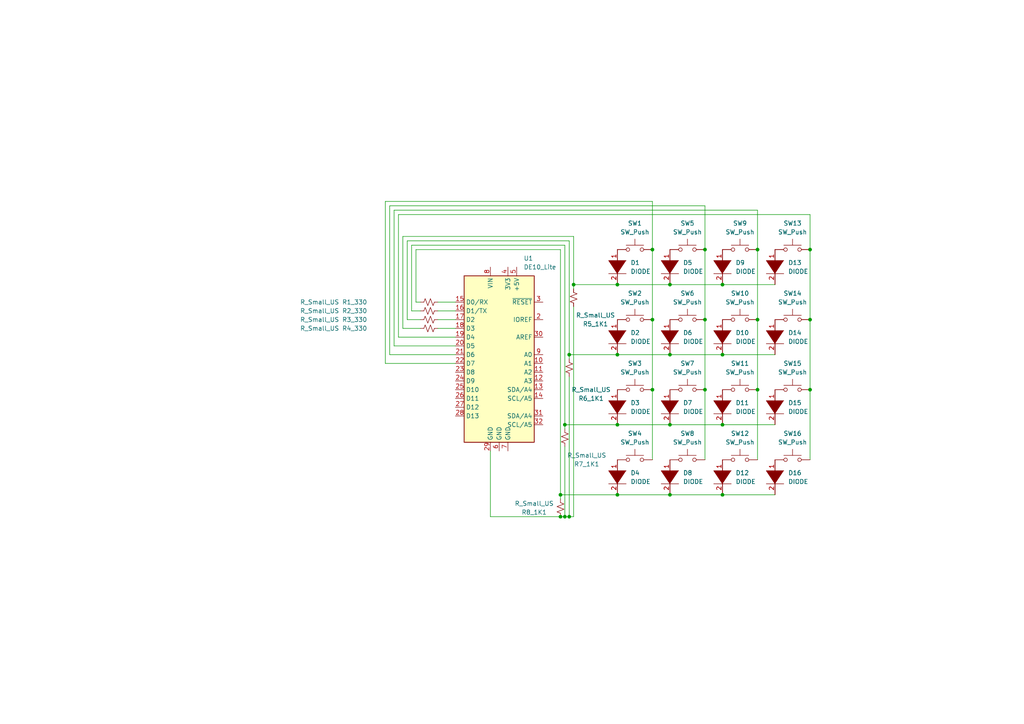
<source format=kicad_sch>
(kicad_sch (version 20211123) (generator eeschema)
  (paper "A4")
  (lib_symbols
    (symbol "Custom_Symbols:DE10_Lite"
      (property "Reference" "U" (at 0 40.64 0))
      (property "Value" "DE10_Lite" (at 0 43.18 0))
      (symbol "DE10_Lite_0_1"
        (rectangle (start -10.16 22.86) (end 10.16 -25.4) (stroke (width 0.254)) (fill (type background)))
      )
      (symbol "DE10_Lite_1_1"
        (pin no_connect line (at -10.16 -20.32 0) (length 2.54) hide (name "NC") (number "1"))
        (pin bidirectional line (at 12.7 -2.54 180) (length 2.54) (name "A1") (number "10"))
        (pin bidirectional line (at 12.7 -5.08 180) (length 2.54) (name "A2") (number "11"))
        (pin bidirectional line (at 12.7 -7.62 180) (length 2.54) (name "A3") (number "12"))
        (pin bidirectional line (at 12.7 -10.16 180) (length 2.54) (name "SDA/A4") (number "13"))
        (pin bidirectional line (at 12.7 -12.7 180) (length 2.54) (name "SCL/A5") (number "14"))
        (pin bidirectional line (at -12.7 15.24 0) (length 2.54) (name "D0/RX") (number "15"))
        (pin bidirectional line (at -12.7 12.7 0) (length 2.54) (name "D1/TX") (number "16"))
        (pin bidirectional line (at -12.7 10.16 0) (length 2.54) (name "D2") (number "17"))
        (pin bidirectional line (at -12.7 7.62 0) (length 2.54) (name "D3") (number "18"))
        (pin bidirectional line (at -12.7 5.08 0) (length 2.54) (name "D4") (number "19"))
        (pin output line (at 12.7 10.16 180) (length 2.54) (name "IOREF") (number "2"))
        (pin bidirectional line (at -12.7 2.54 0) (length 2.54) (name "D5") (number "20"))
        (pin bidirectional line (at -12.7 0 0) (length 2.54) (name "D6") (number "21"))
        (pin bidirectional line (at -12.7 -2.54 0) (length 2.54) (name "D7") (number "22"))
        (pin bidirectional line (at -12.7 -5.08 0) (length 2.54) (name "D8") (number "23"))
        (pin bidirectional line (at -12.7 -7.62 0) (length 2.54) (name "D9") (number "24"))
        (pin bidirectional line (at -12.7 -10.16 0) (length 2.54) (name "D10") (number "25"))
        (pin bidirectional line (at -12.7 -12.7 0) (length 2.54) (name "D11") (number "26"))
        (pin bidirectional line (at -12.7 -15.24 0) (length 2.54) (name "D12") (number "27"))
        (pin bidirectional line (at -12.7 -17.78 0) (length 2.54) (name "D13") (number "28"))
        (pin power_in line (at -2.54 -27.94 90) (length 2.54) (name "GND") (number "29"))
        (pin input line (at 12.7 15.24 180) (length 2.54) (name "~{RESET}") (number "3"))
        (pin input line (at 12.7 5.08 180) (length 2.54) (name "AREF") (number "30"))
        (pin bidirectional line (at 12.7 -17.78 180) (length 2.54) (name "SDA/A4") (number "31"))
        (pin bidirectional line (at 12.7 -20.32 180) (length 2.54) (name "SCL/A5") (number "32"))
        (pin power_out line (at 2.54 25.4 270) (length 2.54) (name "3V3") (number "4"))
        (pin power_out line (at 5.08 25.4 270) (length 2.54) (name "+5V") (number "5"))
        (pin power_in line (at 0 -27.94 90) (length 2.54) (name "GND") (number "6"))
        (pin power_in line (at 2.54 -27.94 90) (length 2.54) (name "GND") (number "7"))
        (pin power_in line (at -2.54 25.4 270) (length 2.54) (name "VIN") (number "8"))
        (pin bidirectional line (at 12.7 0 180) (length 2.54) (name "A0") (number "9"))
      )
    )
    (symbol "Device:R_Small_US" (pin_numbers hide) (pin_names (offset 0.254) hide)
      (property "Reference" "R" (at 0.762 0.508 0))
      (property "Value" "R_Small_US" (at 0.762 -1.016 0))
      (symbol "R_Small_US_1_1"
        (polyline (pts (xy 0 0) (xy 1.016 -0.381) (xy 0 -0.762) (xy -1.016 -1.143) (xy 0 -1.524)))
        (polyline (pts (xy 0 1.524) (xy 1.016 1.143) (xy 0 0.762) (xy -1.016 0.381) (xy 0 0)))
        (pin passive line (at 0 2.54 270) (length 1.016) (name "~") (number "1"))
        (pin passive line (at 0 -2.54 90) (length 1.016) (name "~") (number "2"))
      )
    )
    (symbol "Switch:SW_Push" (pin_numbers hide) (pin_names (offset 1.016) hide)
      (property "Reference" "SW" (at 1.27 2.54 0))
      (property "Value" "SW_Push" (at 0 -1.524 0))
      (symbol "SW_Push_0_1"
        (circle (center -2.032 0) (radius 0.508))
        (polyline (pts (xy 0 1.27) (xy 0 3.048)))
        (polyline (pts (xy 2.54 1.27) (xy -2.54 1.27)))
        (circle (center 2.032 0) (radius 0.508))
        (pin passive line (at -5.08 0 0) (length 2.54) (name "1") (number "1"))
        (pin passive line (at 5.08 0 180) (length 2.54) (name "2") (number "2"))
      )
    )
    (symbol "pspice:DIODE" (pin_names (offset 1.016) hide)
      (property "Reference" "D" (at 0 3.81 0))
      (property "Value" "DIODE" (at 0 -4.445 0))
      (symbol "DIODE_0_1"
        (polyline (pts (xy 1.905 2.54) (xy 1.905 -2.54)))
        (polyline (pts (xy -1.905 2.54) (xy -1.905 -2.54) (xy 1.905 0)) (fill (type outline)))
      )
      (symbol "DIODE_1_1"
        (pin input line (at -5.08 0 0) (length 3.81) (name "K") (number "1"))
        (pin input line (at 5.08 0 180) (length 3.81) (name "A") (number "2"))
      )
    )
  )
  (junction (at 166.37 82.55))
  (junction (at 189.23 72.39))
  (junction (at 219.71 113.03))
  (junction (at 189.23 92.71))
  (junction (at 234.95 72.39))
  (junction (at 165.1 149.86))
  (junction (at 219.71 72.39))
  (junction (at 163.83 123.19))
  (junction (at 234.95 92.71))
  (junction (at 189.23 113.03))
  (junction (at 209.55 102.87))
  (junction (at 234.95 113.03))
  (junction (at 219.71 92.71))
  (junction (at 204.47 92.71))
  (junction (at 179.07 123.19))
  (junction (at 209.55 123.19))
  (junction (at 162.56 143.51))
  (junction (at 179.07 82.55))
  (junction (at 194.31 143.51))
  (junction (at 194.31 123.19))
  (junction (at 179.07 102.87))
  (junction (at 204.47 72.39))
  (junction (at 209.55 143.51))
  (junction (at 163.83 149.86))
  (junction (at 209.55 82.55))
  (junction (at 194.31 82.55))
  (junction (at 165.1 102.87))
  (junction (at 179.07 143.51))
  (junction (at 204.47 113.03))
  (junction (at 194.31 102.87))
  (junction (at 162.56 149.86))
  (wire (pts (xy 204.47 59.69) (xy 204.47 72.39)))
  (wire (pts (xy 189.23 113.03) (xy 189.23 133.35)))
  (wire (pts (xy 115.57 62.23) (xy 115.57 97.79)))
  (wire (pts (xy 118.11 92.71) (xy 121.92 92.71)))
  (wire (pts (xy 111.76 58.42) (xy 111.76 105.41)))
  (wire (pts (xy 204.47 113.03) (xy 204.47 133.35)))
  (wire (pts (xy 114.3 100.33) (xy 132.08 100.33)))
  (wire (pts (xy 163.83 124.46) (xy 163.83 123.19)))
  (wire (pts (xy 194.31 102.87) (xy 209.55 102.87)))
  (wire (pts (xy 113.03 102.87) (xy 132.08 102.87)))
  (wire (pts (xy 120.65 87.63) (xy 121.92 87.63)))
  (wire (pts (xy 209.55 143.51) (xy 224.79 143.51)))
  (wire (pts (xy 209.55 123.19) (xy 224.79 123.19)))
  (wire (pts (xy 127 87.63) (xy 132.08 87.63)))
  (wire (pts (xy 118.11 69.85) (xy 118.11 92.71)))
  (wire (pts (xy 165.1 149.86) (xy 166.37 149.86)))
  (wire (pts (xy 189.23 72.39) (xy 189.23 92.71)))
  (wire (pts (xy 163.83 129.54) (xy 163.83 149.86)))
  (wire (pts (xy 204.47 72.39) (xy 204.47 92.71)))
  (wire (pts (xy 219.71 113.03) (xy 219.71 133.35)))
  (wire (pts (xy 142.24 149.86) (xy 142.24 130.81)))
  (wire (pts (xy 234.95 72.39) (xy 234.95 92.71)))
  (wire (pts (xy 204.47 92.71) (xy 204.47 113.03)))
  (wire (pts (xy 166.37 68.58) (xy 116.84 68.58)))
  (wire (pts (xy 163.83 123.19) (xy 163.83 71.12)))
  (wire (pts (xy 162.56 149.86) (xy 142.24 149.86)))
  (wire (pts (xy 119.38 90.17) (xy 121.92 90.17)))
  (wire (pts (xy 209.55 102.87) (xy 224.79 102.87)))
  (wire (pts (xy 219.71 72.39) (xy 219.71 92.71)))
  (wire (pts (xy 111.76 105.41) (xy 132.08 105.41)))
  (wire (pts (xy 163.83 149.86) (xy 165.1 149.86)))
  (wire (pts (xy 115.57 62.23) (xy 234.95 62.23)))
  (wire (pts (xy 127 95.25) (xy 132.08 95.25)))
  (wire (pts (xy 113.03 59.69) (xy 113.03 102.87)))
  (wire (pts (xy 179.07 82.55) (xy 194.31 82.55)))
  (wire (pts (xy 219.71 92.71) (xy 219.71 113.03)))
  (wire (pts (xy 234.95 113.03) (xy 234.95 133.35)))
  (wire (pts (xy 163.83 123.19) (xy 179.07 123.19)))
  (wire (pts (xy 165.1 102.87) (xy 165.1 69.85)))
  (wire (pts (xy 114.3 60.96) (xy 114.3 100.33)))
  (wire (pts (xy 116.84 68.58) (xy 116.84 95.25)))
  (wire (pts (xy 209.55 82.55) (xy 224.79 82.55)))
  (wire (pts (xy 127 92.71) (xy 132.08 92.71)))
  (wire (pts (xy 114.3 60.96) (xy 219.71 60.96)))
  (wire (pts (xy 120.65 72.39) (xy 120.65 87.63)))
  (wire (pts (xy 162.56 143.51) (xy 162.56 72.39)))
  (wire (pts (xy 115.57 97.79) (xy 132.08 97.79)))
  (wire (pts (xy 111.76 58.42) (xy 189.23 58.42)))
  (wire (pts (xy 189.23 58.42) (xy 189.23 72.39)))
  (wire (pts (xy 194.31 143.51) (xy 209.55 143.51)))
  (wire (pts (xy 113.03 59.69) (xy 204.47 59.69)))
  (wire (pts (xy 162.56 144.78) (xy 162.56 143.51)))
  (wire (pts (xy 166.37 83.82) (xy 166.37 82.55)))
  (wire (pts (xy 179.07 102.87) (xy 194.31 102.87)))
  (wire (pts (xy 127 90.17) (xy 132.08 90.17)))
  (wire (pts (xy 166.37 82.55) (xy 166.37 68.58)))
  (wire (pts (xy 162.56 72.39) (xy 120.65 72.39)))
  (wire (pts (xy 163.83 71.12) (xy 119.38 71.12)))
  (wire (pts (xy 179.07 143.51) (xy 194.31 143.51)))
  (wire (pts (xy 166.37 88.9) (xy 166.37 149.86)))
  (wire (pts (xy 234.95 62.23) (xy 234.95 72.39)))
  (wire (pts (xy 165.1 104.14) (xy 165.1 102.87)))
  (wire (pts (xy 189.23 92.71) (xy 189.23 113.03)))
  (wire (pts (xy 219.71 60.96) (xy 219.71 72.39)))
  (wire (pts (xy 116.84 95.25) (xy 121.92 95.25)))
  (wire (pts (xy 162.56 143.51) (xy 179.07 143.51)))
  (wire (pts (xy 165.1 109.22) (xy 165.1 149.86)))
  (wire (pts (xy 165.1 102.87) (xy 179.07 102.87)))
  (wire (pts (xy 194.31 123.19) (xy 209.55 123.19)))
  (wire (pts (xy 165.1 69.85) (xy 118.11 69.85)))
  (wire (pts (xy 234.95 92.71) (xy 234.95 113.03)))
  (wire (pts (xy 194.31 82.55) (xy 209.55 82.55)))
  (wire (pts (xy 179.07 82.55) (xy 166.37 82.55)))
  (wire (pts (xy 119.38 71.12) (xy 119.38 90.17)))
  (wire (pts (xy 162.56 149.86) (xy 163.83 149.86)))
  (wire (pts (xy 179.07 123.19) (xy 194.31 123.19)))
  (symbol (lib_id "Device:R_Small_US") (at 162.56 147.32 180) (unit 1)
    (property "Reference" "R8_1K1" (at 154.94 148.59 0))
    (property "Value" "R_Small_US" (at 154.94 146.05 0))
    (property "Footprint" "Resistor_SMD:R_0603_1608Metric" (effects hide))
  )
  (symbol (lib_id "Switch:SW_Push") (at 214.63 113.03 0) (unit 1)
    (property "Reference" "SW11" (at 214.63 105.41 0))
    (property "Value" "SW_Push" (at 214.63 107.95 0))
    (property "Footprint" "Button_Switch_SMD:SW_SPST_TL3305B" (effects hide))
  )
  (symbol (lib_id "pspice:DIODE") (at 209.55 118.11 270) (unit 1)
    (property "Reference" "D11" (at 213.36 116.8399 90) (effects (justify left)))
    (property "Value" "DIODE" (at 213.36 119.3799 90) (effects (justify left)))
    (property "Footprint" "Diode_SMD:D_SOD-123" (effects hide))
  )
  (symbol (lib_id "Switch:SW_Push") (at 229.87 72.39 0) (unit 1)
    (property "Reference" "SW13" (at 229.87 64.77 0))
    (property "Value" "SW_Push" (at 229.87 67.31 0))
    (property "Footprint" "Button_Switch_SMD:SW_SPST_TL3305B" (effects hide))
  )
  (symbol (lib_id "pspice:DIODE") (at 224.79 77.47 270) (unit 1)
    (property "Reference" "D13" (at 228.6 76.1999 90) (effects (justify left)))
    (property "Value" "DIODE" (at 228.6 78.7399 90) (effects (justify left)))
    (property "Footprint" "Diode_SMD:D_SOD-123" (effects hide))
  )
  (symbol (lib_id "Switch:SW_Push") (at 214.63 92.71 0) (unit 1)
    (property "Reference" "SW10" (at 214.63 85.09 0))
    (property "Value" "SW_Push" (at 214.63 87.63 0))
    (property "Footprint" "Button_Switch_SMD:SW_SPST_TL3305B" (effects hide))
  )
  (symbol (lib_id "Device:R_Small_US") (at 163.83 127 180) (unit 1)
    (property "Reference" "R7_1K1" (at 170.18 134.62 0))
    (property "Value" "R_Small_US" (at 170.18 132.08 0))
    (property "Footprint" "Resistor_SMD:R_0603_1608Metric" (effects hide))
  )
  (symbol (lib_id "pspice:DIODE") (at 209.55 97.79 270) (unit 1)
    (property "Reference" "D10" (at 213.36 96.5199 90) (effects (justify left)))
    (property "Value" "DIODE" (at 213.36 99.0599 90) (effects (justify left)))
    (property "Footprint" "Diode_SMD:D_SOD-123" (effects hide))
  )
  (symbol (lib_id "Custom_Symbols:DE10_Lite") (at 144.78 102.87 0) (unit 1)
    (property "Reference" "U1" (at 151.8794 74.93 0) (effects (justify left)))
    (property "Value" "DE10_Lite" (at 151.8794 77.47 0) (effects (justify left)))
    (property "Footprint" "Custom_Components:DE10_Lite" (effects hide))
  )
  (symbol (lib_id "pspice:DIODE") (at 209.55 138.43 270) (unit 1)
    (property "Reference" "D12" (at 213.36 137.1599 90) (effects (justify left)))
    (property "Value" "DIODE" (at 213.36 139.6999 90) (effects (justify left)))
    (property "Footprint" "Diode_SMD:D_SOD-123" (effects hide))
  )
  (symbol (lib_id "pspice:DIODE") (at 194.31 138.43 270) (unit 1)
    (property "Reference" "D8" (at 198.12 137.1599 90) (effects (justify left)))
    (property "Value" "DIODE" (at 198.12 139.6999 90) (effects (justify left)))
    (property "Footprint" "Diode_SMD:D_SOD-123" (effects hide))
  )
  (symbol (lib_id "pspice:DIODE") (at 179.07 138.43 270) (unit 1)
    (property "Reference" "D4" (at 182.88 137.1599 90) (effects (justify left)))
    (property "Value" "DIODE" (at 182.88 139.6999 90) (effects (justify left)))
    (property "Footprint" "Diode_SMD:D_SOD-123" (effects hide))
  )
  (symbol (lib_id "Device:R_Small_US") (at 124.46 87.63 270) (unit 1)
    (property "Reference" "R1_330" (at 102.87 87.63 90))
    (property "Value" "R_Small_US" (at 92.71 87.63 90))
    (property "Footprint" "Resistor_SMD:R_0603_1608Metric" (effects hide))
  )
  (symbol (lib_id "pspice:DIODE") (at 194.31 97.79 270) (unit 1)
    (property "Reference" "D6" (at 198.12 96.5199 90) (effects (justify left)))
    (property "Value" "DIODE" (at 198.12 99.0599 90) (effects (justify left)))
    (property "Footprint" "Diode_SMD:D_SOD-123" (effects hide))
  )
  (symbol (lib_id "Device:R_Small_US") (at 166.37 86.36 180) (unit 1)
    (property "Reference" "R5_1K1" (at 172.72 93.98 0))
    (property "Value" "R_Small_US" (at 172.72 91.44 0))
    (property "Footprint" "Resistor_SMD:R_0603_1608Metric" (effects hide))
  )
  (symbol (lib_id "Switch:SW_Push") (at 184.15 113.03 0) (unit 1)
    (property "Reference" "SW3" (at 184.15 105.41 0))
    (property "Value" "SW_Push" (at 184.15 107.95 0))
    (property "Footprint" "Button_Switch_SMD:SW_SPST_TL3305B" (effects hide))
  )
  (symbol (lib_id "Switch:SW_Push") (at 184.15 133.35 0) (unit 1)
    (property "Reference" "SW4" (at 184.15 125.73 0))
    (property "Value" "SW_Push" (at 184.15 128.27 0))
    (property "Footprint" "Button_Switch_SMD:SW_SPST_TL3305B" (effects hide))
  )
  (symbol (lib_id "pspice:DIODE") (at 179.07 77.47 270) (unit 1)
    (property "Reference" "D1" (at 182.88 76.1999 90) (effects (justify left)))
    (property "Value" "DIODE" (at 182.88 78.7399 90) (effects (justify left)))
    (property "Footprint" "Diode_SMD:D_SOD-123" (effects hide))
  )
  (symbol (lib_id "Switch:SW_Push") (at 199.39 113.03 0) (unit 1)
    (property "Reference" "SW7" (at 199.39 105.41 0))
    (property "Value" "SW_Push" (at 199.39 107.95 0))
    (property "Footprint" "Button_Switch_SMD:SW_SPST_TL3305B" (effects hide))
  )
  (symbol (lib_id "pspice:DIODE") (at 194.31 77.47 270) (unit 1)
    (property "Reference" "D5" (at 198.12 76.1999 90) (effects (justify left)))
    (property "Value" "DIODE" (at 198.12 78.7399 90) (effects (justify left)))
    (property "Footprint" "Diode_SMD:D_SOD-123" (effects hide))
  )
  (symbol (lib_id "Switch:SW_Push") (at 229.87 133.35 0) (unit 1)
    (property "Reference" "SW16" (at 229.87 125.73 0))
    (property "Value" "SW_Push" (at 229.87 128.27 0))
    (property "Footprint" "Button_Switch_SMD:SW_SPST_TL3305B" (effects hide))
  )
  (symbol (lib_id "Switch:SW_Push") (at 199.39 133.35 0) (unit 1)
    (property "Reference" "SW8" (at 199.39 125.73 0))
    (property "Value" "SW_Push" (at 199.39 128.27 0))
    (property "Footprint" "Button_Switch_SMD:SW_SPST_TL3305B" (effects hide))
  )
  (symbol (lib_id "Device:R_Small_US") (at 165.1 106.68 180) (unit 1)
    (property "Reference" "R6_1K1" (at 171.45 115.57 0))
    (property "Value" "R_Small_US" (at 171.45 113.03 0))
    (property "Footprint" "Resistor_SMD:R_0603_1608Metric" (effects hide))
  )
  (symbol (lib_id "Device:R_Small_US") (at 124.46 90.17 270) (unit 1)
    (property "Reference" "R2_330" (at 102.87 90.17 90))
    (property "Value" "R_Small_US" (at 92.71 90.17 90))
    (property "Footprint" "Resistor_SMD:R_0603_1608Metric" (effects hide))
  )
  (symbol (lib_id "pspice:DIODE") (at 224.79 118.11 270) (unit 1)
    (property "Reference" "D15" (at 228.6 116.8399 90) (effects (justify left)))
    (property "Value" "DIODE" (at 228.6 119.3799 90) (effects (justify left)))
    (property "Footprint" "Diode_SMD:D_SOD-123" (effects hide))
  )
  (symbol (lib_id "pspice:DIODE") (at 194.31 118.11 270) (unit 1)
    (property "Reference" "D7" (at 198.12 116.8399 90) (effects (justify left)))
    (property "Value" "DIODE" (at 198.12 119.3799 90) (effects (justify left)))
    (property "Footprint" "Diode_SMD:D_SOD-123" (effects hide))
  )
  (symbol (lib_id "Switch:SW_Push") (at 199.39 72.39 0) (unit 1)
    (property "Reference" "SW5" (at 199.39 64.77 0))
    (property "Value" "SW_Push" (at 199.39 67.31 0))
    (property "Footprint" "Button_Switch_SMD:SW_SPST_TL3305B" (effects hide))
  )
  (symbol (lib_id "Device:R_Small_US") (at 124.46 92.71 270) (unit 1)
    (property "Reference" "R3_330" (at 102.87 92.71 90))
    (property "Value" "R_Small_US" (at 92.71 92.71 90))
    (property "Footprint" "Resistor_SMD:R_0603_1608Metric" (effects hide))
  )
  (symbol (lib_id "Switch:SW_Push") (at 199.39 92.71 0) (unit 1)
    (property "Reference" "SW6" (at 199.39 85.09 0))
    (property "Value" "SW_Push" (at 199.39 87.63 0))
    (property "Footprint" "Button_Switch_SMD:SW_SPST_TL3305B" (effects hide))
  )
  (symbol (lib_id "Switch:SW_Push") (at 214.63 133.35 0) (unit 1)
    (property "Reference" "SW12" (at 214.63 125.73 0))
    (property "Value" "SW_Push" (at 214.63 128.27 0))
    (property "Footprint" "Button_Switch_SMD:SW_SPST_TL3305B" (effects hide))
  )
  (symbol (lib_id "pspice:DIODE") (at 224.79 138.43 270) (unit 1)
    (property "Reference" "D16" (at 228.6 137.1599 90) (effects (justify left)))
    (property "Value" "DIODE" (at 228.6 139.6999 90) (effects (justify left)))
    (property "Footprint" "Diode_SMD:D_SOD-123" (effects hide))
  )
  (symbol (lib_id "Switch:SW_Push") (at 184.15 72.39 0) (unit 1)
    (property "Reference" "SW1" (at 184.15 64.77 0))
    (property "Value" "SW_Push" (at 184.15 67.31 0))
    (property "Footprint" "Button_Switch_SMD:SW_SPST_TL3305B" (effects hide))
  )
  (symbol (lib_id "Device:R_Small_US") (at 124.46 95.25 270) (unit 1)
    (property "Reference" "R4_330" (at 102.87 95.25 90))
    (property "Value" "R_Small_US" (at 92.71 95.25 90))
    (property "Footprint" "Resistor_SMD:R_0603_1608Metric" (effects hide))
  )
  (symbol (lib_id "pspice:DIODE") (at 179.07 97.79 270) (unit 1)
    (property "Reference" "D2" (at 182.88 96.5199 90) (effects (justify left)))
    (property "Value" "DIODE" (at 182.88 99.0599 90) (effects (justify left)))
    (property "Footprint" "Diode_SMD:D_SOD-123" (effects hide))
  )
  (symbol (lib_id "pspice:DIODE") (at 209.55 77.47 270) (unit 1)
    (property "Reference" "D9" (at 213.36 76.1999 90) (effects (justify left)))
    (property "Value" "DIODE" (at 213.36 78.7399 90) (effects (justify left)))
    (property "Footprint" "Diode_SMD:D_SOD-123" (effects hide))
  )
  (symbol (lib_id "Switch:SW_Push") (at 229.87 92.71 0) (unit 1)
    (property "Reference" "SW14" (at 229.87 85.09 0))
    (property "Value" "SW_Push" (at 229.87 87.63 0))
    (property "Footprint" "Button_Switch_SMD:SW_SPST_TL3305B" (effects hide))
  )
  (symbol (lib_id "Switch:SW_Push") (at 229.87 113.03 0) (unit 1)
    (property "Reference" "SW15" (at 229.87 105.41 0))
    (property "Value" "SW_Push" (at 229.87 107.95 0))
    (property "Footprint" "Button_Switch_SMD:SW_SPST_TL3305B" (effects hide))
  )
  (symbol (lib_id "Switch:SW_Push") (at 214.63 72.39 0) (unit 1)
    (property "Reference" "SW9" (at 214.63 64.77 0))
    (property "Value" "SW_Push" (at 214.63 67.31 0))
    (property "Footprint" "Button_Switch_SMD:SW_SPST_TL3305B" (effects hide))
  )
  (symbol (lib_id "Switch:SW_Push") (at 184.15 92.71 0) (unit 1)
    (property "Reference" "SW2" (at 184.15 85.09 0))
    (property "Value" "SW_Push" (at 184.15 87.63 0))
    (property "Footprint" "Button_Switch_SMD:SW_SPST_TL3305B" (effects hide))
  )
  (symbol (lib_id "pspice:DIODE") (at 224.79 97.79 270) (unit 1)
    (property "Reference" "D14" (at 228.6 96.5199 90) (effects (justify left)))
    (property "Value" "DIODE" (at 228.6 99.0599 90) (effects (justify left)))
    (property "Footprint" "Diode_SMD:D_SOD-123" (effects hide))
  )
  (symbol (lib_id "pspice:DIODE") (at 179.07 118.11 270) (unit 1)
    (property "Reference" "D3" (at 182.88 116.8399 90) (effects (justify left)))
    (property "Value" "DIODE" (at 182.88 119.3799 90) (effects (justify left)))
    (property "Footprint" "Diode_SMD:D_SOD-123" (effects hide))
  )
)
</source>
